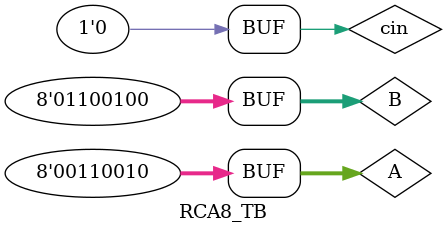
<source format=v>
`timescale 1ns / 1ps


module RCA8_TB;
    // Inputs
    reg[7:0] A;
    reg[7:0] B;
    reg cin;

    // Outputs
    wire[7:0] sum;
    wire cout;

    RCA_8 A1(.A(A), .B(B), .cin(cin), 
                .sum(sum), .cout(cout));
    
    initial 
        begin
            $monitor ("A = %d, B = %d, cin = %b, sum = %d, cout = %b\n", A, B, cin, sum, cout);

            // Test cases
            // 8-bit unsigned numbers can vary from [0, 255]
            // Output can range from [0, 511]
            A = 8'd120; B = 8'd240; cin = 1'd0;     // sum = 8'd104, cout = 1'd1
            #100;
            A = 8'd169; B = 8'd256; cin = 1'd1;     // sum = 8'd170, cout = 1'd1
            #100;
            A = 8'd53; B = 8'd250; cin = 1'd0;      // sum = 8'd47, cout = 1'd1
            #100;
            A = 8'd1; B = 8'd50; cin = 1'd1;        // sum = 8'd50, cout = 1'd0
            #100;
            A = 8'd50; B = 8'd100; cin = 1'd0;      // sum = 8'd150, cout = 1'd0
        end

endmodule
</source>
